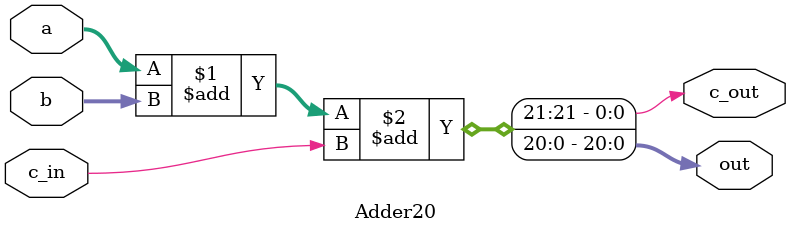
<source format=v>
`timescale 1ns / 1ps


module Adder20(
    input [20:0] a,
    input [20:0] b,
    input c_in,
    output c_out,
    output [20:0] out
    );
    
    assign {c_out,out} = a+b+c_in;
    
endmodule

</source>
